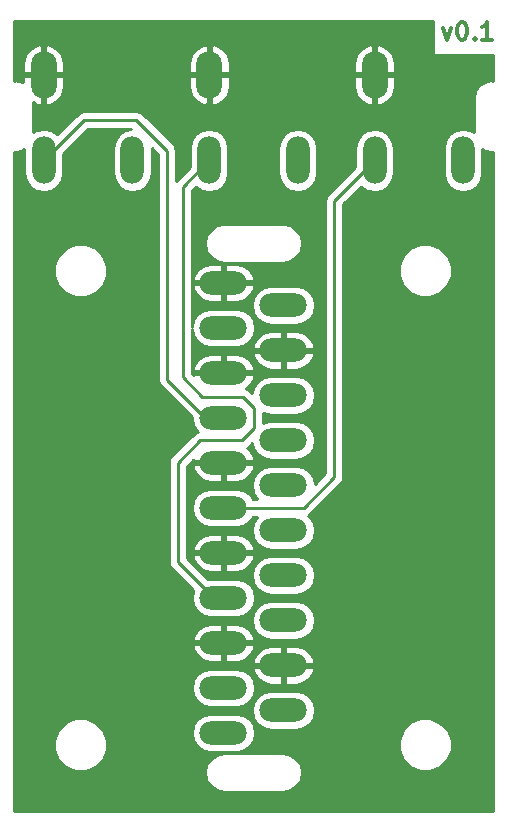
<source format=gtl>
G04 #@! TF.FileFunction,Copper,L1,Top,Signal*
%FSLAX46Y46*%
G04 Gerber Fmt 4.6, Leading zero omitted, Abs format (unit mm)*
G04 Created by KiCad (PCBNEW 4.0.7) date 06/07/18 20:36:00*
%MOMM*%
%LPD*%
G01*
G04 APERTURE LIST*
%ADD10C,0.100000*%
%ADD11C,0.300000*%
%ADD12O,2.200000X4.000000*%
%ADD13O,2.000000X4.000000*%
%ADD14O,4.000000X2.000000*%
%ADD15C,0.250000*%
%ADD16C,0.254000*%
G04 APERTURE END LIST*
D10*
D11*
X166518201Y-67689611D02*
X166875344Y-68689611D01*
X167232486Y-67689611D01*
X168089629Y-67189611D02*
X168232486Y-67189611D01*
X168375343Y-67261040D01*
X168446772Y-67332469D01*
X168518201Y-67475326D01*
X168589629Y-67761040D01*
X168589629Y-68118183D01*
X168518201Y-68403897D01*
X168446772Y-68546754D01*
X168375343Y-68618183D01*
X168232486Y-68689611D01*
X168089629Y-68689611D01*
X167946772Y-68618183D01*
X167875343Y-68546754D01*
X167803915Y-68403897D01*
X167732486Y-68118183D01*
X167732486Y-67761040D01*
X167803915Y-67475326D01*
X167875343Y-67332469D01*
X167946772Y-67261040D01*
X168089629Y-67189611D01*
X169232486Y-68546754D02*
X169303914Y-68618183D01*
X169232486Y-68689611D01*
X169161057Y-68618183D01*
X169232486Y-68546754D01*
X169232486Y-68689611D01*
X170732486Y-68689611D02*
X169875343Y-68689611D01*
X170303915Y-68689611D02*
X170303915Y-67189611D01*
X170161058Y-67403897D01*
X170018200Y-67546754D01*
X169875343Y-67618183D01*
D12*
X132745000Y-71671000D03*
X146745000Y-71671000D03*
X160745000Y-71671000D03*
D13*
X132745000Y-78921000D03*
X140245000Y-78921000D03*
X168245000Y-78921000D03*
X160745000Y-78921000D03*
X154245000Y-78921000D03*
X146745000Y-78921000D03*
D14*
X153035000Y-91176000D03*
X153035000Y-94986000D03*
X153035000Y-98796000D03*
X153035000Y-102606000D03*
X153035000Y-125466000D03*
X153035000Y-121656000D03*
X153035000Y-117846000D03*
X153035000Y-114036000D03*
X153035000Y-110226000D03*
X153035000Y-106416000D03*
X147955000Y-127381000D03*
X147955000Y-123571000D03*
X147955000Y-119761000D03*
X147955000Y-115951000D03*
X147955000Y-112141000D03*
X147955000Y-89281000D03*
X147955000Y-93091000D03*
X147955000Y-96901000D03*
X147955000Y-100711000D03*
X147955000Y-104521000D03*
X147955000Y-108331000D03*
D15*
X147955000Y-100711000D02*
X146431000Y-100711000D01*
X146431000Y-100711000D02*
X143192500Y-97472500D01*
X143192500Y-97472500D02*
X143192500Y-78105000D01*
X143192500Y-78105000D02*
X140589000Y-75501500D01*
X140589000Y-75501500D02*
X136164500Y-75501500D01*
X136164500Y-75501500D02*
X132745000Y-78921000D01*
X147955000Y-108331000D02*
X154749500Y-108331000D01*
X157353000Y-82313000D02*
X160745000Y-78921000D01*
X157353000Y-105727500D02*
X157353000Y-82313000D01*
X154749500Y-108331000D02*
X157353000Y-105727500D01*
X147955000Y-115951000D02*
X147129500Y-115951000D01*
X147129500Y-115951000D02*
X144081500Y-112903000D01*
X144526000Y-81140000D02*
X146745000Y-78921000D01*
X144526000Y-97282000D02*
X144526000Y-81140000D01*
X146177000Y-98933000D02*
X144526000Y-97282000D01*
X149606000Y-98933000D02*
X146177000Y-98933000D01*
X150558500Y-99885500D02*
X149606000Y-98933000D01*
X150558500Y-101600000D02*
X150558500Y-99885500D01*
X149542500Y-102616000D02*
X150558500Y-101600000D01*
X145986500Y-102616000D02*
X149542500Y-102616000D01*
X144081500Y-104521000D02*
X145986500Y-102616000D01*
X144081500Y-112903000D02*
X144081500Y-104521000D01*
X147955000Y-115951000D02*
X148590000Y-115951000D01*
D16*
G36*
X165668915Y-69996040D02*
X170803500Y-69996040D01*
X170803500Y-72159048D01*
X170645000Y-72127520D01*
X170076715Y-72240559D01*
X169594946Y-72562466D01*
X169273039Y-73044235D01*
X169160000Y-73612520D01*
X169160000Y-76552146D01*
X168870687Y-76358834D01*
X168245000Y-76234377D01*
X167619313Y-76358834D01*
X167088880Y-76713257D01*
X166734457Y-77243690D01*
X166610000Y-77869377D01*
X166610000Y-79972623D01*
X166734457Y-80598310D01*
X167088880Y-81128743D01*
X167619313Y-81483166D01*
X168245000Y-81607623D01*
X168870687Y-81483166D01*
X169401120Y-81128743D01*
X169755543Y-80598310D01*
X169880000Y-79972623D01*
X169880000Y-77970001D01*
X170076715Y-78101441D01*
X170645000Y-78214480D01*
X170803500Y-78182952D01*
X170803500Y-133973500D01*
X130186500Y-133973500D01*
X130186500Y-130731000D01*
X146380950Y-130731000D01*
X146505407Y-131356687D01*
X146859830Y-131887120D01*
X147390263Y-132241543D01*
X148015950Y-132366000D01*
X152974050Y-132366000D01*
X153599737Y-132241543D01*
X154130170Y-131887120D01*
X154484593Y-131356687D01*
X154609050Y-130731000D01*
X154484593Y-130105313D01*
X154130170Y-129574880D01*
X153599737Y-129220457D01*
X152974050Y-129096000D01*
X148015950Y-129096000D01*
X147390263Y-129220457D01*
X146859830Y-129574880D01*
X146505407Y-130105313D01*
X146380950Y-130731000D01*
X130186500Y-130731000D01*
X130186500Y-128844369D01*
X133622863Y-128844369D01*
X133962405Y-129666122D01*
X134590571Y-130295386D01*
X135411731Y-130636361D01*
X136300869Y-130637137D01*
X137122622Y-130297595D01*
X137751886Y-129669429D01*
X138092861Y-128848269D01*
X138093637Y-127959131D01*
X137854758Y-127381000D01*
X145268377Y-127381000D01*
X145392834Y-128006687D01*
X145747257Y-128537120D01*
X146277690Y-128891543D01*
X146903377Y-129016000D01*
X149006623Y-129016000D01*
X149632310Y-128891543D01*
X149702911Y-128844369D01*
X162796363Y-128844369D01*
X163135905Y-129666122D01*
X163764071Y-130295386D01*
X164585231Y-130636361D01*
X165474369Y-130637137D01*
X166296122Y-130297595D01*
X166925386Y-129669429D01*
X167266361Y-128848269D01*
X167267137Y-127959131D01*
X166927595Y-127137378D01*
X166299429Y-126508114D01*
X165478269Y-126167139D01*
X164589131Y-126166363D01*
X163767378Y-126505905D01*
X163138114Y-127134071D01*
X162797139Y-127955231D01*
X162796363Y-128844369D01*
X149702911Y-128844369D01*
X150162743Y-128537120D01*
X150517166Y-128006687D01*
X150641623Y-127381000D01*
X150517166Y-126755313D01*
X150162743Y-126224880D01*
X149632310Y-125870457D01*
X149006623Y-125746000D01*
X146903377Y-125746000D01*
X146277690Y-125870457D01*
X145747257Y-126224880D01*
X145392834Y-126755313D01*
X145268377Y-127381000D01*
X137854758Y-127381000D01*
X137754095Y-127137378D01*
X137125929Y-126508114D01*
X136304769Y-126167139D01*
X135415631Y-126166363D01*
X134593878Y-126505905D01*
X133964614Y-127134071D01*
X133623639Y-127955231D01*
X133622863Y-128844369D01*
X130186500Y-128844369D01*
X130186500Y-125466000D01*
X150348377Y-125466000D01*
X150472834Y-126091687D01*
X150827257Y-126622120D01*
X151357690Y-126976543D01*
X151983377Y-127101000D01*
X154086623Y-127101000D01*
X154712310Y-126976543D01*
X155242743Y-126622120D01*
X155597166Y-126091687D01*
X155721623Y-125466000D01*
X155597166Y-124840313D01*
X155242743Y-124309880D01*
X154712310Y-123955457D01*
X154086623Y-123831000D01*
X151983377Y-123831000D01*
X151357690Y-123955457D01*
X150827257Y-124309880D01*
X150472834Y-124840313D01*
X150348377Y-125466000D01*
X130186500Y-125466000D01*
X130186500Y-123571000D01*
X145268377Y-123571000D01*
X145392834Y-124196687D01*
X145747257Y-124727120D01*
X146277690Y-125081543D01*
X146903377Y-125206000D01*
X149006623Y-125206000D01*
X149632310Y-125081543D01*
X150162743Y-124727120D01*
X150517166Y-124196687D01*
X150641623Y-123571000D01*
X150517166Y-122945313D01*
X150162743Y-122414880D01*
X149632310Y-122060457D01*
X149511539Y-122036434D01*
X150444876Y-122036434D01*
X150475856Y-122164355D01*
X150789078Y-122722317D01*
X151291980Y-123117942D01*
X151908000Y-123291000D01*
X152908000Y-123291000D01*
X152908000Y-121783000D01*
X153162000Y-121783000D01*
X153162000Y-123291000D01*
X154162000Y-123291000D01*
X154778020Y-123117942D01*
X155280922Y-122722317D01*
X155594144Y-122164355D01*
X155625124Y-122036434D01*
X155505777Y-121783000D01*
X153162000Y-121783000D01*
X152908000Y-121783000D01*
X150564223Y-121783000D01*
X150444876Y-122036434D01*
X149511539Y-122036434D01*
X149006623Y-121936000D01*
X146903377Y-121936000D01*
X146277690Y-122060457D01*
X145747257Y-122414880D01*
X145392834Y-122945313D01*
X145268377Y-123571000D01*
X130186500Y-123571000D01*
X130186500Y-120141434D01*
X145364876Y-120141434D01*
X145395856Y-120269355D01*
X145709078Y-120827317D01*
X146211980Y-121222942D01*
X146828000Y-121396000D01*
X147828000Y-121396000D01*
X147828000Y-119888000D01*
X148082000Y-119888000D01*
X148082000Y-121396000D01*
X149082000Y-121396000D01*
X149510698Y-121275566D01*
X150444876Y-121275566D01*
X150564223Y-121529000D01*
X152908000Y-121529000D01*
X152908000Y-120021000D01*
X153162000Y-120021000D01*
X153162000Y-121529000D01*
X155505777Y-121529000D01*
X155625124Y-121275566D01*
X155594144Y-121147645D01*
X155280922Y-120589683D01*
X154778020Y-120194058D01*
X154162000Y-120021000D01*
X153162000Y-120021000D01*
X152908000Y-120021000D01*
X151908000Y-120021000D01*
X151291980Y-120194058D01*
X150789078Y-120589683D01*
X150475856Y-121147645D01*
X150444876Y-121275566D01*
X149510698Y-121275566D01*
X149698020Y-121222942D01*
X150200922Y-120827317D01*
X150514144Y-120269355D01*
X150545124Y-120141434D01*
X150425777Y-119888000D01*
X148082000Y-119888000D01*
X147828000Y-119888000D01*
X145484223Y-119888000D01*
X145364876Y-120141434D01*
X130186500Y-120141434D01*
X130186500Y-119380566D01*
X145364876Y-119380566D01*
X145484223Y-119634000D01*
X147828000Y-119634000D01*
X147828000Y-118126000D01*
X148082000Y-118126000D01*
X148082000Y-119634000D01*
X150425777Y-119634000D01*
X150545124Y-119380566D01*
X150514144Y-119252645D01*
X150200922Y-118694683D01*
X149698020Y-118299058D01*
X149082000Y-118126000D01*
X148082000Y-118126000D01*
X147828000Y-118126000D01*
X146828000Y-118126000D01*
X146211980Y-118299058D01*
X145709078Y-118694683D01*
X145395856Y-119252645D01*
X145364876Y-119380566D01*
X130186500Y-119380566D01*
X130186500Y-117846000D01*
X150348377Y-117846000D01*
X150472834Y-118471687D01*
X150827257Y-119002120D01*
X151357690Y-119356543D01*
X151983377Y-119481000D01*
X154086623Y-119481000D01*
X154712310Y-119356543D01*
X155242743Y-119002120D01*
X155597166Y-118471687D01*
X155721623Y-117846000D01*
X155597166Y-117220313D01*
X155242743Y-116689880D01*
X154712310Y-116335457D01*
X154086623Y-116211000D01*
X151983377Y-116211000D01*
X151357690Y-116335457D01*
X150827257Y-116689880D01*
X150472834Y-117220313D01*
X150348377Y-117846000D01*
X130186500Y-117846000D01*
X130186500Y-88702869D01*
X133622863Y-88702869D01*
X133962405Y-89524622D01*
X134590571Y-90153886D01*
X135411731Y-90494861D01*
X136300869Y-90495637D01*
X137122622Y-90156095D01*
X137751886Y-89527929D01*
X138092861Y-88706769D01*
X138093637Y-87817631D01*
X137754095Y-86995878D01*
X137125929Y-86366614D01*
X136304769Y-86025639D01*
X135415631Y-86024863D01*
X134593878Y-86364405D01*
X133964614Y-86992571D01*
X133623639Y-87813731D01*
X133622863Y-88702869D01*
X130186500Y-88702869D01*
X130186500Y-78182952D01*
X130345000Y-78214480D01*
X130913285Y-78101441D01*
X131110000Y-77970001D01*
X131110000Y-79972623D01*
X131234457Y-80598310D01*
X131588880Y-81128743D01*
X132119313Y-81483166D01*
X132745000Y-81607623D01*
X133370687Y-81483166D01*
X133901120Y-81128743D01*
X134255543Y-80598310D01*
X134380000Y-79972623D01*
X134380000Y-78360802D01*
X136479302Y-76261500D01*
X140108644Y-76261500D01*
X139619313Y-76358834D01*
X139088880Y-76713257D01*
X138734457Y-77243690D01*
X138610000Y-77869377D01*
X138610000Y-79972623D01*
X138734457Y-80598310D01*
X139088880Y-81128743D01*
X139619313Y-81483166D01*
X140245000Y-81607623D01*
X140870687Y-81483166D01*
X141401120Y-81128743D01*
X141755543Y-80598310D01*
X141880000Y-79972623D01*
X141880000Y-77869377D01*
X141879485Y-77866787D01*
X142432500Y-78419802D01*
X142432500Y-97472500D01*
X142490352Y-97763339D01*
X142655099Y-98009901D01*
X145282947Y-100637749D01*
X145268377Y-100711000D01*
X145392834Y-101336687D01*
X145747257Y-101867120D01*
X145789316Y-101895223D01*
X145695661Y-101913852D01*
X145449099Y-102078599D01*
X143544099Y-103983599D01*
X143379352Y-104230161D01*
X143321500Y-104521000D01*
X143321500Y-112903000D01*
X143379352Y-113193839D01*
X143544099Y-113440401D01*
X145407324Y-115303626D01*
X145392834Y-115325313D01*
X145268377Y-115951000D01*
X145392834Y-116576687D01*
X145747257Y-117107120D01*
X146277690Y-117461543D01*
X146903377Y-117586000D01*
X149006623Y-117586000D01*
X149632310Y-117461543D01*
X150162743Y-117107120D01*
X150517166Y-116576687D01*
X150641623Y-115951000D01*
X150517166Y-115325313D01*
X150162743Y-114794880D01*
X149632310Y-114440457D01*
X149006623Y-114316000D01*
X146903377Y-114316000D01*
X146624729Y-114371427D01*
X146289302Y-114036000D01*
X150348377Y-114036000D01*
X150472834Y-114661687D01*
X150827257Y-115192120D01*
X151357690Y-115546543D01*
X151983377Y-115671000D01*
X154086623Y-115671000D01*
X154712310Y-115546543D01*
X155242743Y-115192120D01*
X155597166Y-114661687D01*
X155721623Y-114036000D01*
X155597166Y-113410313D01*
X155242743Y-112879880D01*
X154712310Y-112525457D01*
X154086623Y-112401000D01*
X151983377Y-112401000D01*
X151357690Y-112525457D01*
X150827257Y-112879880D01*
X150472834Y-113410313D01*
X150348377Y-114036000D01*
X146289302Y-114036000D01*
X144841500Y-112588198D01*
X144841500Y-112521434D01*
X145364876Y-112521434D01*
X145395856Y-112649355D01*
X145709078Y-113207317D01*
X146211980Y-113602942D01*
X146828000Y-113776000D01*
X147828000Y-113776000D01*
X147828000Y-112268000D01*
X148082000Y-112268000D01*
X148082000Y-113776000D01*
X149082000Y-113776000D01*
X149698020Y-113602942D01*
X150200922Y-113207317D01*
X150514144Y-112649355D01*
X150545124Y-112521434D01*
X150425777Y-112268000D01*
X148082000Y-112268000D01*
X147828000Y-112268000D01*
X145484223Y-112268000D01*
X145364876Y-112521434D01*
X144841500Y-112521434D01*
X144841500Y-111760566D01*
X145364876Y-111760566D01*
X145484223Y-112014000D01*
X147828000Y-112014000D01*
X147828000Y-110506000D01*
X148082000Y-110506000D01*
X148082000Y-112014000D01*
X150425777Y-112014000D01*
X150545124Y-111760566D01*
X150514144Y-111632645D01*
X150200922Y-111074683D01*
X149698020Y-110679058D01*
X149082000Y-110506000D01*
X148082000Y-110506000D01*
X147828000Y-110506000D01*
X146828000Y-110506000D01*
X146211980Y-110679058D01*
X145709078Y-111074683D01*
X145395856Y-111632645D01*
X145364876Y-111760566D01*
X144841500Y-111760566D01*
X144841500Y-108331000D01*
X145268377Y-108331000D01*
X145392834Y-108956687D01*
X145747257Y-109487120D01*
X146277690Y-109841543D01*
X146903377Y-109966000D01*
X149006623Y-109966000D01*
X149632310Y-109841543D01*
X150162743Y-109487120D01*
X150427421Y-109091000D01*
X150813145Y-109091000D01*
X150472834Y-109600313D01*
X150348377Y-110226000D01*
X150472834Y-110851687D01*
X150827257Y-111382120D01*
X151357690Y-111736543D01*
X151983377Y-111861000D01*
X154086623Y-111861000D01*
X154712310Y-111736543D01*
X155242743Y-111382120D01*
X155597166Y-110851687D01*
X155721623Y-110226000D01*
X155597166Y-109600313D01*
X155242743Y-109069880D01*
X155114054Y-108983893D01*
X155286901Y-108868401D01*
X157890401Y-106264901D01*
X158055148Y-106018339D01*
X158113000Y-105727500D01*
X158113000Y-88702869D01*
X162796363Y-88702869D01*
X163135905Y-89524622D01*
X163764071Y-90153886D01*
X164585231Y-90494861D01*
X165474369Y-90495637D01*
X166296122Y-90156095D01*
X166925386Y-89527929D01*
X167266361Y-88706769D01*
X167267137Y-87817631D01*
X166927595Y-86995878D01*
X166299429Y-86366614D01*
X165478269Y-86025639D01*
X164589131Y-86024863D01*
X163767378Y-86364405D01*
X163138114Y-86992571D01*
X162797139Y-87813731D01*
X162796363Y-88702869D01*
X158113000Y-88702869D01*
X158113000Y-82627802D01*
X159602775Y-81138027D01*
X160119313Y-81483166D01*
X160745000Y-81607623D01*
X161370687Y-81483166D01*
X161901120Y-81128743D01*
X162255543Y-80598310D01*
X162380000Y-79972623D01*
X162380000Y-77869377D01*
X162255543Y-77243690D01*
X161901120Y-76713257D01*
X161370687Y-76358834D01*
X160745000Y-76234377D01*
X160119313Y-76358834D01*
X159588880Y-76713257D01*
X159234457Y-77243690D01*
X159110000Y-77869377D01*
X159110000Y-79481198D01*
X156815599Y-81775599D01*
X156650852Y-82022161D01*
X156593000Y-82313000D01*
X156593000Y-105412698D01*
X155699735Y-106305963D01*
X155597166Y-105790313D01*
X155242743Y-105259880D01*
X154712310Y-104905457D01*
X154086623Y-104781000D01*
X151983377Y-104781000D01*
X151357690Y-104905457D01*
X150827257Y-105259880D01*
X150472834Y-105790313D01*
X150348377Y-106416000D01*
X150472834Y-107041687D01*
X150826509Y-107571000D01*
X150427421Y-107571000D01*
X150162743Y-107174880D01*
X149632310Y-106820457D01*
X149006623Y-106696000D01*
X146903377Y-106696000D01*
X146277690Y-106820457D01*
X145747257Y-107174880D01*
X145392834Y-107705313D01*
X145268377Y-108331000D01*
X144841500Y-108331000D01*
X144841500Y-104901434D01*
X145364876Y-104901434D01*
X145395856Y-105029355D01*
X145709078Y-105587317D01*
X146211980Y-105982942D01*
X146828000Y-106156000D01*
X147828000Y-106156000D01*
X147828000Y-104648000D01*
X148082000Y-104648000D01*
X148082000Y-106156000D01*
X149082000Y-106156000D01*
X149698020Y-105982942D01*
X150200922Y-105587317D01*
X150514144Y-105029355D01*
X150545124Y-104901434D01*
X150425777Y-104648000D01*
X148082000Y-104648000D01*
X147828000Y-104648000D01*
X145484223Y-104648000D01*
X145364876Y-104901434D01*
X144841500Y-104901434D01*
X144841500Y-104835802D01*
X145419898Y-104257404D01*
X145484223Y-104394000D01*
X147828000Y-104394000D01*
X147828000Y-104374000D01*
X148082000Y-104374000D01*
X148082000Y-104394000D01*
X150425777Y-104394000D01*
X150545124Y-104140566D01*
X150514144Y-104012645D01*
X150200922Y-103454683D01*
X149938254Y-103248046D01*
X150079901Y-103153401D01*
X150394654Y-102838648D01*
X150472834Y-103231687D01*
X150827257Y-103762120D01*
X151357690Y-104116543D01*
X151983377Y-104241000D01*
X154086623Y-104241000D01*
X154712310Y-104116543D01*
X155242743Y-103762120D01*
X155597166Y-103231687D01*
X155721623Y-102606000D01*
X155597166Y-101980313D01*
X155242743Y-101449880D01*
X154712310Y-101095457D01*
X154086623Y-100971000D01*
X151983377Y-100971000D01*
X151357690Y-101095457D01*
X151318500Y-101121643D01*
X151318500Y-100280357D01*
X151357690Y-100306543D01*
X151983377Y-100431000D01*
X154086623Y-100431000D01*
X154712310Y-100306543D01*
X155242743Y-99952120D01*
X155597166Y-99421687D01*
X155721623Y-98796000D01*
X155597166Y-98170313D01*
X155242743Y-97639880D01*
X154712310Y-97285457D01*
X154086623Y-97161000D01*
X151983377Y-97161000D01*
X151357690Y-97285457D01*
X150827257Y-97639880D01*
X150472834Y-98170313D01*
X150380800Y-98632998D01*
X150143401Y-98395599D01*
X149896839Y-98230852D01*
X149872166Y-98225944D01*
X150200922Y-97967317D01*
X150514144Y-97409355D01*
X150545124Y-97281434D01*
X150425777Y-97028000D01*
X148082000Y-97028000D01*
X148082000Y-97048000D01*
X147828000Y-97048000D01*
X147828000Y-97028000D01*
X145484223Y-97028000D01*
X145440227Y-97121425D01*
X145286000Y-96967198D01*
X145286000Y-96520566D01*
X145364876Y-96520566D01*
X145484223Y-96774000D01*
X147828000Y-96774000D01*
X147828000Y-95266000D01*
X148082000Y-95266000D01*
X148082000Y-96774000D01*
X150425777Y-96774000D01*
X150545124Y-96520566D01*
X150514144Y-96392645D01*
X150200922Y-95834683D01*
X149698020Y-95439058D01*
X149439507Y-95366434D01*
X150444876Y-95366434D01*
X150475856Y-95494355D01*
X150789078Y-96052317D01*
X151291980Y-96447942D01*
X151908000Y-96621000D01*
X152908000Y-96621000D01*
X152908000Y-95113000D01*
X153162000Y-95113000D01*
X153162000Y-96621000D01*
X154162000Y-96621000D01*
X154778020Y-96447942D01*
X155280922Y-96052317D01*
X155594144Y-95494355D01*
X155625124Y-95366434D01*
X155505777Y-95113000D01*
X153162000Y-95113000D01*
X152908000Y-95113000D01*
X150564223Y-95113000D01*
X150444876Y-95366434D01*
X149439507Y-95366434D01*
X149082000Y-95266000D01*
X148082000Y-95266000D01*
X147828000Y-95266000D01*
X146828000Y-95266000D01*
X146211980Y-95439058D01*
X145709078Y-95834683D01*
X145395856Y-96392645D01*
X145364876Y-96520566D01*
X145286000Y-96520566D01*
X145286000Y-93179597D01*
X145392834Y-93716687D01*
X145747257Y-94247120D01*
X146277690Y-94601543D01*
X146903377Y-94726000D01*
X149006623Y-94726000D01*
X149612085Y-94605566D01*
X150444876Y-94605566D01*
X150564223Y-94859000D01*
X152908000Y-94859000D01*
X152908000Y-93351000D01*
X153162000Y-93351000D01*
X153162000Y-94859000D01*
X155505777Y-94859000D01*
X155625124Y-94605566D01*
X155594144Y-94477645D01*
X155280922Y-93919683D01*
X154778020Y-93524058D01*
X154162000Y-93351000D01*
X153162000Y-93351000D01*
X152908000Y-93351000D01*
X151908000Y-93351000D01*
X151291980Y-93524058D01*
X150789078Y-93919683D01*
X150475856Y-94477645D01*
X150444876Y-94605566D01*
X149612085Y-94605566D01*
X149632310Y-94601543D01*
X150162743Y-94247120D01*
X150517166Y-93716687D01*
X150641623Y-93091000D01*
X150517166Y-92465313D01*
X150162743Y-91934880D01*
X149632310Y-91580457D01*
X149006623Y-91456000D01*
X146903377Y-91456000D01*
X146277690Y-91580457D01*
X145747257Y-91934880D01*
X145392834Y-92465313D01*
X145286000Y-93002403D01*
X145286000Y-91176000D01*
X150348377Y-91176000D01*
X150472834Y-91801687D01*
X150827257Y-92332120D01*
X151357690Y-92686543D01*
X151983377Y-92811000D01*
X154086623Y-92811000D01*
X154712310Y-92686543D01*
X155242743Y-92332120D01*
X155597166Y-91801687D01*
X155721623Y-91176000D01*
X155597166Y-90550313D01*
X155242743Y-90019880D01*
X154712310Y-89665457D01*
X154086623Y-89541000D01*
X151983377Y-89541000D01*
X151357690Y-89665457D01*
X150827257Y-90019880D01*
X150472834Y-90550313D01*
X150348377Y-91176000D01*
X145286000Y-91176000D01*
X145286000Y-89661434D01*
X145364876Y-89661434D01*
X145395856Y-89789355D01*
X145709078Y-90347317D01*
X146211980Y-90742942D01*
X146828000Y-90916000D01*
X147828000Y-90916000D01*
X147828000Y-89408000D01*
X148082000Y-89408000D01*
X148082000Y-90916000D01*
X149082000Y-90916000D01*
X149698020Y-90742942D01*
X150200922Y-90347317D01*
X150514144Y-89789355D01*
X150545124Y-89661434D01*
X150425777Y-89408000D01*
X148082000Y-89408000D01*
X147828000Y-89408000D01*
X145484223Y-89408000D01*
X145364876Y-89661434D01*
X145286000Y-89661434D01*
X145286000Y-88900566D01*
X145364876Y-88900566D01*
X145484223Y-89154000D01*
X147828000Y-89154000D01*
X147828000Y-87646000D01*
X148082000Y-87646000D01*
X148082000Y-89154000D01*
X150425777Y-89154000D01*
X150545124Y-88900566D01*
X150514144Y-88772645D01*
X150200922Y-88214683D01*
X149698020Y-87819058D01*
X149082000Y-87646000D01*
X148082000Y-87646000D01*
X147828000Y-87646000D01*
X146828000Y-87646000D01*
X146211980Y-87819058D01*
X145709078Y-88214683D01*
X145395856Y-88772645D01*
X145364876Y-88900566D01*
X145286000Y-88900566D01*
X145286000Y-85931000D01*
X146380950Y-85931000D01*
X146505407Y-86556687D01*
X146859830Y-87087120D01*
X147390263Y-87441543D01*
X148015950Y-87566000D01*
X152974050Y-87566000D01*
X153599737Y-87441543D01*
X154130170Y-87087120D01*
X154484593Y-86556687D01*
X154609050Y-85931000D01*
X154484593Y-85305313D01*
X154130170Y-84774880D01*
X153599737Y-84420457D01*
X152974050Y-84296000D01*
X148015950Y-84296000D01*
X147390263Y-84420457D01*
X146859830Y-84774880D01*
X146505407Y-85305313D01*
X146380950Y-85931000D01*
X145286000Y-85931000D01*
X145286000Y-81454802D01*
X145602775Y-81138027D01*
X146119313Y-81483166D01*
X146745000Y-81607623D01*
X147370687Y-81483166D01*
X147901120Y-81128743D01*
X148255543Y-80598310D01*
X148380000Y-79972623D01*
X148380000Y-77869377D01*
X152610000Y-77869377D01*
X152610000Y-79972623D01*
X152734457Y-80598310D01*
X153088880Y-81128743D01*
X153619313Y-81483166D01*
X154245000Y-81607623D01*
X154870687Y-81483166D01*
X155401120Y-81128743D01*
X155755543Y-80598310D01*
X155880000Y-79972623D01*
X155880000Y-77869377D01*
X155755543Y-77243690D01*
X155401120Y-76713257D01*
X154870687Y-76358834D01*
X154245000Y-76234377D01*
X153619313Y-76358834D01*
X153088880Y-76713257D01*
X152734457Y-77243690D01*
X152610000Y-77869377D01*
X148380000Y-77869377D01*
X148255543Y-77243690D01*
X147901120Y-76713257D01*
X147370687Y-76358834D01*
X146745000Y-76234377D01*
X146119313Y-76358834D01*
X145588880Y-76713257D01*
X145234457Y-77243690D01*
X145110000Y-77869377D01*
X145110000Y-79481198D01*
X143988599Y-80602599D01*
X143952500Y-80656625D01*
X143952500Y-78105000D01*
X143894648Y-77814161D01*
X143729901Y-77567599D01*
X141126401Y-74964099D01*
X140879839Y-74799352D01*
X140589000Y-74741500D01*
X136164500Y-74741500D01*
X135873660Y-74799352D01*
X135627099Y-74964099D01*
X133887225Y-76703973D01*
X133370687Y-76358834D01*
X132745000Y-76234377D01*
X132119313Y-76358834D01*
X131830000Y-76552146D01*
X131830000Y-74013574D01*
X132198376Y-74222531D01*
X132348878Y-74260175D01*
X132618000Y-74142125D01*
X132618000Y-71798000D01*
X132872000Y-71798000D01*
X132872000Y-74142125D01*
X133141122Y-74260175D01*
X133291624Y-74222531D01*
X133882028Y-73887632D01*
X134299330Y-73352288D01*
X134480000Y-72698000D01*
X134480000Y-71798000D01*
X145010000Y-71798000D01*
X145010000Y-72698000D01*
X145190670Y-73352288D01*
X145607972Y-73887632D01*
X146198376Y-74222531D01*
X146348878Y-74260175D01*
X146618000Y-74142125D01*
X146618000Y-71798000D01*
X146872000Y-71798000D01*
X146872000Y-74142125D01*
X147141122Y-74260175D01*
X147291624Y-74222531D01*
X147882028Y-73887632D01*
X148299330Y-73352288D01*
X148480000Y-72698000D01*
X148480000Y-71798000D01*
X159010000Y-71798000D01*
X159010000Y-72698000D01*
X159190670Y-73352288D01*
X159607972Y-73887632D01*
X160198376Y-74222531D01*
X160348878Y-74260175D01*
X160618000Y-74142125D01*
X160618000Y-71798000D01*
X160872000Y-71798000D01*
X160872000Y-74142125D01*
X161141122Y-74260175D01*
X161291624Y-74222531D01*
X161882028Y-73887632D01*
X162299330Y-73352288D01*
X162480000Y-72698000D01*
X162480000Y-71798000D01*
X160872000Y-71798000D01*
X160618000Y-71798000D01*
X159010000Y-71798000D01*
X148480000Y-71798000D01*
X146872000Y-71798000D01*
X146618000Y-71798000D01*
X145010000Y-71798000D01*
X134480000Y-71798000D01*
X132872000Y-71798000D01*
X132618000Y-71798000D01*
X131010000Y-71798000D01*
X131010000Y-72305182D01*
X130913285Y-72240559D01*
X130345000Y-72127520D01*
X130186500Y-72159048D01*
X130186500Y-70644000D01*
X131010000Y-70644000D01*
X131010000Y-71544000D01*
X132618000Y-71544000D01*
X132618000Y-69199875D01*
X132872000Y-69199875D01*
X132872000Y-71544000D01*
X134480000Y-71544000D01*
X134480000Y-70644000D01*
X145010000Y-70644000D01*
X145010000Y-71544000D01*
X146618000Y-71544000D01*
X146618000Y-69199875D01*
X146872000Y-69199875D01*
X146872000Y-71544000D01*
X148480000Y-71544000D01*
X148480000Y-70644000D01*
X159010000Y-70644000D01*
X159010000Y-71544000D01*
X160618000Y-71544000D01*
X160618000Y-69199875D01*
X160872000Y-69199875D01*
X160872000Y-71544000D01*
X162480000Y-71544000D01*
X162480000Y-70644000D01*
X162299330Y-69989712D01*
X161882028Y-69454368D01*
X161291624Y-69119469D01*
X161141122Y-69081825D01*
X160872000Y-69199875D01*
X160618000Y-69199875D01*
X160348878Y-69081825D01*
X160198376Y-69119469D01*
X159607972Y-69454368D01*
X159190670Y-69989712D01*
X159010000Y-70644000D01*
X148480000Y-70644000D01*
X148299330Y-69989712D01*
X147882028Y-69454368D01*
X147291624Y-69119469D01*
X147141122Y-69081825D01*
X146872000Y-69199875D01*
X146618000Y-69199875D01*
X146348878Y-69081825D01*
X146198376Y-69119469D01*
X145607972Y-69454368D01*
X145190670Y-69989712D01*
X145010000Y-70644000D01*
X134480000Y-70644000D01*
X134299330Y-69989712D01*
X133882028Y-69454368D01*
X133291624Y-69119469D01*
X133141122Y-69081825D01*
X132872000Y-69199875D01*
X132618000Y-69199875D01*
X132348878Y-69081825D01*
X132198376Y-69119469D01*
X131607972Y-69454368D01*
X131190670Y-69989712D01*
X131010000Y-70644000D01*
X130186500Y-70644000D01*
X130186500Y-67131000D01*
X165668915Y-67131000D01*
X165668915Y-69996040D01*
X165668915Y-69996040D01*
G37*
X165668915Y-69996040D02*
X170803500Y-69996040D01*
X170803500Y-72159048D01*
X170645000Y-72127520D01*
X170076715Y-72240559D01*
X169594946Y-72562466D01*
X169273039Y-73044235D01*
X169160000Y-73612520D01*
X169160000Y-76552146D01*
X168870687Y-76358834D01*
X168245000Y-76234377D01*
X167619313Y-76358834D01*
X167088880Y-76713257D01*
X166734457Y-77243690D01*
X166610000Y-77869377D01*
X166610000Y-79972623D01*
X166734457Y-80598310D01*
X167088880Y-81128743D01*
X167619313Y-81483166D01*
X168245000Y-81607623D01*
X168870687Y-81483166D01*
X169401120Y-81128743D01*
X169755543Y-80598310D01*
X169880000Y-79972623D01*
X169880000Y-77970001D01*
X170076715Y-78101441D01*
X170645000Y-78214480D01*
X170803500Y-78182952D01*
X170803500Y-133973500D01*
X130186500Y-133973500D01*
X130186500Y-130731000D01*
X146380950Y-130731000D01*
X146505407Y-131356687D01*
X146859830Y-131887120D01*
X147390263Y-132241543D01*
X148015950Y-132366000D01*
X152974050Y-132366000D01*
X153599737Y-132241543D01*
X154130170Y-131887120D01*
X154484593Y-131356687D01*
X154609050Y-130731000D01*
X154484593Y-130105313D01*
X154130170Y-129574880D01*
X153599737Y-129220457D01*
X152974050Y-129096000D01*
X148015950Y-129096000D01*
X147390263Y-129220457D01*
X146859830Y-129574880D01*
X146505407Y-130105313D01*
X146380950Y-130731000D01*
X130186500Y-130731000D01*
X130186500Y-128844369D01*
X133622863Y-128844369D01*
X133962405Y-129666122D01*
X134590571Y-130295386D01*
X135411731Y-130636361D01*
X136300869Y-130637137D01*
X137122622Y-130297595D01*
X137751886Y-129669429D01*
X138092861Y-128848269D01*
X138093637Y-127959131D01*
X137854758Y-127381000D01*
X145268377Y-127381000D01*
X145392834Y-128006687D01*
X145747257Y-128537120D01*
X146277690Y-128891543D01*
X146903377Y-129016000D01*
X149006623Y-129016000D01*
X149632310Y-128891543D01*
X149702911Y-128844369D01*
X162796363Y-128844369D01*
X163135905Y-129666122D01*
X163764071Y-130295386D01*
X164585231Y-130636361D01*
X165474369Y-130637137D01*
X166296122Y-130297595D01*
X166925386Y-129669429D01*
X167266361Y-128848269D01*
X167267137Y-127959131D01*
X166927595Y-127137378D01*
X166299429Y-126508114D01*
X165478269Y-126167139D01*
X164589131Y-126166363D01*
X163767378Y-126505905D01*
X163138114Y-127134071D01*
X162797139Y-127955231D01*
X162796363Y-128844369D01*
X149702911Y-128844369D01*
X150162743Y-128537120D01*
X150517166Y-128006687D01*
X150641623Y-127381000D01*
X150517166Y-126755313D01*
X150162743Y-126224880D01*
X149632310Y-125870457D01*
X149006623Y-125746000D01*
X146903377Y-125746000D01*
X146277690Y-125870457D01*
X145747257Y-126224880D01*
X145392834Y-126755313D01*
X145268377Y-127381000D01*
X137854758Y-127381000D01*
X137754095Y-127137378D01*
X137125929Y-126508114D01*
X136304769Y-126167139D01*
X135415631Y-126166363D01*
X134593878Y-126505905D01*
X133964614Y-127134071D01*
X133623639Y-127955231D01*
X133622863Y-128844369D01*
X130186500Y-128844369D01*
X130186500Y-125466000D01*
X150348377Y-125466000D01*
X150472834Y-126091687D01*
X150827257Y-126622120D01*
X151357690Y-126976543D01*
X151983377Y-127101000D01*
X154086623Y-127101000D01*
X154712310Y-126976543D01*
X155242743Y-126622120D01*
X155597166Y-126091687D01*
X155721623Y-125466000D01*
X155597166Y-124840313D01*
X155242743Y-124309880D01*
X154712310Y-123955457D01*
X154086623Y-123831000D01*
X151983377Y-123831000D01*
X151357690Y-123955457D01*
X150827257Y-124309880D01*
X150472834Y-124840313D01*
X150348377Y-125466000D01*
X130186500Y-125466000D01*
X130186500Y-123571000D01*
X145268377Y-123571000D01*
X145392834Y-124196687D01*
X145747257Y-124727120D01*
X146277690Y-125081543D01*
X146903377Y-125206000D01*
X149006623Y-125206000D01*
X149632310Y-125081543D01*
X150162743Y-124727120D01*
X150517166Y-124196687D01*
X150641623Y-123571000D01*
X150517166Y-122945313D01*
X150162743Y-122414880D01*
X149632310Y-122060457D01*
X149511539Y-122036434D01*
X150444876Y-122036434D01*
X150475856Y-122164355D01*
X150789078Y-122722317D01*
X151291980Y-123117942D01*
X151908000Y-123291000D01*
X152908000Y-123291000D01*
X152908000Y-121783000D01*
X153162000Y-121783000D01*
X153162000Y-123291000D01*
X154162000Y-123291000D01*
X154778020Y-123117942D01*
X155280922Y-122722317D01*
X155594144Y-122164355D01*
X155625124Y-122036434D01*
X155505777Y-121783000D01*
X153162000Y-121783000D01*
X152908000Y-121783000D01*
X150564223Y-121783000D01*
X150444876Y-122036434D01*
X149511539Y-122036434D01*
X149006623Y-121936000D01*
X146903377Y-121936000D01*
X146277690Y-122060457D01*
X145747257Y-122414880D01*
X145392834Y-122945313D01*
X145268377Y-123571000D01*
X130186500Y-123571000D01*
X130186500Y-120141434D01*
X145364876Y-120141434D01*
X145395856Y-120269355D01*
X145709078Y-120827317D01*
X146211980Y-121222942D01*
X146828000Y-121396000D01*
X147828000Y-121396000D01*
X147828000Y-119888000D01*
X148082000Y-119888000D01*
X148082000Y-121396000D01*
X149082000Y-121396000D01*
X149510698Y-121275566D01*
X150444876Y-121275566D01*
X150564223Y-121529000D01*
X152908000Y-121529000D01*
X152908000Y-120021000D01*
X153162000Y-120021000D01*
X153162000Y-121529000D01*
X155505777Y-121529000D01*
X155625124Y-121275566D01*
X155594144Y-121147645D01*
X155280922Y-120589683D01*
X154778020Y-120194058D01*
X154162000Y-120021000D01*
X153162000Y-120021000D01*
X152908000Y-120021000D01*
X151908000Y-120021000D01*
X151291980Y-120194058D01*
X150789078Y-120589683D01*
X150475856Y-121147645D01*
X150444876Y-121275566D01*
X149510698Y-121275566D01*
X149698020Y-121222942D01*
X150200922Y-120827317D01*
X150514144Y-120269355D01*
X150545124Y-120141434D01*
X150425777Y-119888000D01*
X148082000Y-119888000D01*
X147828000Y-119888000D01*
X145484223Y-119888000D01*
X145364876Y-120141434D01*
X130186500Y-120141434D01*
X130186500Y-119380566D01*
X145364876Y-119380566D01*
X145484223Y-119634000D01*
X147828000Y-119634000D01*
X147828000Y-118126000D01*
X148082000Y-118126000D01*
X148082000Y-119634000D01*
X150425777Y-119634000D01*
X150545124Y-119380566D01*
X150514144Y-119252645D01*
X150200922Y-118694683D01*
X149698020Y-118299058D01*
X149082000Y-118126000D01*
X148082000Y-118126000D01*
X147828000Y-118126000D01*
X146828000Y-118126000D01*
X146211980Y-118299058D01*
X145709078Y-118694683D01*
X145395856Y-119252645D01*
X145364876Y-119380566D01*
X130186500Y-119380566D01*
X130186500Y-117846000D01*
X150348377Y-117846000D01*
X150472834Y-118471687D01*
X150827257Y-119002120D01*
X151357690Y-119356543D01*
X151983377Y-119481000D01*
X154086623Y-119481000D01*
X154712310Y-119356543D01*
X155242743Y-119002120D01*
X155597166Y-118471687D01*
X155721623Y-117846000D01*
X155597166Y-117220313D01*
X155242743Y-116689880D01*
X154712310Y-116335457D01*
X154086623Y-116211000D01*
X151983377Y-116211000D01*
X151357690Y-116335457D01*
X150827257Y-116689880D01*
X150472834Y-117220313D01*
X150348377Y-117846000D01*
X130186500Y-117846000D01*
X130186500Y-88702869D01*
X133622863Y-88702869D01*
X133962405Y-89524622D01*
X134590571Y-90153886D01*
X135411731Y-90494861D01*
X136300869Y-90495637D01*
X137122622Y-90156095D01*
X137751886Y-89527929D01*
X138092861Y-88706769D01*
X138093637Y-87817631D01*
X137754095Y-86995878D01*
X137125929Y-86366614D01*
X136304769Y-86025639D01*
X135415631Y-86024863D01*
X134593878Y-86364405D01*
X133964614Y-86992571D01*
X133623639Y-87813731D01*
X133622863Y-88702869D01*
X130186500Y-88702869D01*
X130186500Y-78182952D01*
X130345000Y-78214480D01*
X130913285Y-78101441D01*
X131110000Y-77970001D01*
X131110000Y-79972623D01*
X131234457Y-80598310D01*
X131588880Y-81128743D01*
X132119313Y-81483166D01*
X132745000Y-81607623D01*
X133370687Y-81483166D01*
X133901120Y-81128743D01*
X134255543Y-80598310D01*
X134380000Y-79972623D01*
X134380000Y-78360802D01*
X136479302Y-76261500D01*
X140108644Y-76261500D01*
X139619313Y-76358834D01*
X139088880Y-76713257D01*
X138734457Y-77243690D01*
X138610000Y-77869377D01*
X138610000Y-79972623D01*
X138734457Y-80598310D01*
X139088880Y-81128743D01*
X139619313Y-81483166D01*
X140245000Y-81607623D01*
X140870687Y-81483166D01*
X141401120Y-81128743D01*
X141755543Y-80598310D01*
X141880000Y-79972623D01*
X141880000Y-77869377D01*
X141879485Y-77866787D01*
X142432500Y-78419802D01*
X142432500Y-97472500D01*
X142490352Y-97763339D01*
X142655099Y-98009901D01*
X145282947Y-100637749D01*
X145268377Y-100711000D01*
X145392834Y-101336687D01*
X145747257Y-101867120D01*
X145789316Y-101895223D01*
X145695661Y-101913852D01*
X145449099Y-102078599D01*
X143544099Y-103983599D01*
X143379352Y-104230161D01*
X143321500Y-104521000D01*
X143321500Y-112903000D01*
X143379352Y-113193839D01*
X143544099Y-113440401D01*
X145407324Y-115303626D01*
X145392834Y-115325313D01*
X145268377Y-115951000D01*
X145392834Y-116576687D01*
X145747257Y-117107120D01*
X146277690Y-117461543D01*
X146903377Y-117586000D01*
X149006623Y-117586000D01*
X149632310Y-117461543D01*
X150162743Y-117107120D01*
X150517166Y-116576687D01*
X150641623Y-115951000D01*
X150517166Y-115325313D01*
X150162743Y-114794880D01*
X149632310Y-114440457D01*
X149006623Y-114316000D01*
X146903377Y-114316000D01*
X146624729Y-114371427D01*
X146289302Y-114036000D01*
X150348377Y-114036000D01*
X150472834Y-114661687D01*
X150827257Y-115192120D01*
X151357690Y-115546543D01*
X151983377Y-115671000D01*
X154086623Y-115671000D01*
X154712310Y-115546543D01*
X155242743Y-115192120D01*
X155597166Y-114661687D01*
X155721623Y-114036000D01*
X155597166Y-113410313D01*
X155242743Y-112879880D01*
X154712310Y-112525457D01*
X154086623Y-112401000D01*
X151983377Y-112401000D01*
X151357690Y-112525457D01*
X150827257Y-112879880D01*
X150472834Y-113410313D01*
X150348377Y-114036000D01*
X146289302Y-114036000D01*
X144841500Y-112588198D01*
X144841500Y-112521434D01*
X145364876Y-112521434D01*
X145395856Y-112649355D01*
X145709078Y-113207317D01*
X146211980Y-113602942D01*
X146828000Y-113776000D01*
X147828000Y-113776000D01*
X147828000Y-112268000D01*
X148082000Y-112268000D01*
X148082000Y-113776000D01*
X149082000Y-113776000D01*
X149698020Y-113602942D01*
X150200922Y-113207317D01*
X150514144Y-112649355D01*
X150545124Y-112521434D01*
X150425777Y-112268000D01*
X148082000Y-112268000D01*
X147828000Y-112268000D01*
X145484223Y-112268000D01*
X145364876Y-112521434D01*
X144841500Y-112521434D01*
X144841500Y-111760566D01*
X145364876Y-111760566D01*
X145484223Y-112014000D01*
X147828000Y-112014000D01*
X147828000Y-110506000D01*
X148082000Y-110506000D01*
X148082000Y-112014000D01*
X150425777Y-112014000D01*
X150545124Y-111760566D01*
X150514144Y-111632645D01*
X150200922Y-111074683D01*
X149698020Y-110679058D01*
X149082000Y-110506000D01*
X148082000Y-110506000D01*
X147828000Y-110506000D01*
X146828000Y-110506000D01*
X146211980Y-110679058D01*
X145709078Y-111074683D01*
X145395856Y-111632645D01*
X145364876Y-111760566D01*
X144841500Y-111760566D01*
X144841500Y-108331000D01*
X145268377Y-108331000D01*
X145392834Y-108956687D01*
X145747257Y-109487120D01*
X146277690Y-109841543D01*
X146903377Y-109966000D01*
X149006623Y-109966000D01*
X149632310Y-109841543D01*
X150162743Y-109487120D01*
X150427421Y-109091000D01*
X150813145Y-109091000D01*
X150472834Y-109600313D01*
X150348377Y-110226000D01*
X150472834Y-110851687D01*
X150827257Y-111382120D01*
X151357690Y-111736543D01*
X151983377Y-111861000D01*
X154086623Y-111861000D01*
X154712310Y-111736543D01*
X155242743Y-111382120D01*
X155597166Y-110851687D01*
X155721623Y-110226000D01*
X155597166Y-109600313D01*
X155242743Y-109069880D01*
X155114054Y-108983893D01*
X155286901Y-108868401D01*
X157890401Y-106264901D01*
X158055148Y-106018339D01*
X158113000Y-105727500D01*
X158113000Y-88702869D01*
X162796363Y-88702869D01*
X163135905Y-89524622D01*
X163764071Y-90153886D01*
X164585231Y-90494861D01*
X165474369Y-90495637D01*
X166296122Y-90156095D01*
X166925386Y-89527929D01*
X167266361Y-88706769D01*
X167267137Y-87817631D01*
X166927595Y-86995878D01*
X166299429Y-86366614D01*
X165478269Y-86025639D01*
X164589131Y-86024863D01*
X163767378Y-86364405D01*
X163138114Y-86992571D01*
X162797139Y-87813731D01*
X162796363Y-88702869D01*
X158113000Y-88702869D01*
X158113000Y-82627802D01*
X159602775Y-81138027D01*
X160119313Y-81483166D01*
X160745000Y-81607623D01*
X161370687Y-81483166D01*
X161901120Y-81128743D01*
X162255543Y-80598310D01*
X162380000Y-79972623D01*
X162380000Y-77869377D01*
X162255543Y-77243690D01*
X161901120Y-76713257D01*
X161370687Y-76358834D01*
X160745000Y-76234377D01*
X160119313Y-76358834D01*
X159588880Y-76713257D01*
X159234457Y-77243690D01*
X159110000Y-77869377D01*
X159110000Y-79481198D01*
X156815599Y-81775599D01*
X156650852Y-82022161D01*
X156593000Y-82313000D01*
X156593000Y-105412698D01*
X155699735Y-106305963D01*
X155597166Y-105790313D01*
X155242743Y-105259880D01*
X154712310Y-104905457D01*
X154086623Y-104781000D01*
X151983377Y-104781000D01*
X151357690Y-104905457D01*
X150827257Y-105259880D01*
X150472834Y-105790313D01*
X150348377Y-106416000D01*
X150472834Y-107041687D01*
X150826509Y-107571000D01*
X150427421Y-107571000D01*
X150162743Y-107174880D01*
X149632310Y-106820457D01*
X149006623Y-106696000D01*
X146903377Y-106696000D01*
X146277690Y-106820457D01*
X145747257Y-107174880D01*
X145392834Y-107705313D01*
X145268377Y-108331000D01*
X144841500Y-108331000D01*
X144841500Y-104901434D01*
X145364876Y-104901434D01*
X145395856Y-105029355D01*
X145709078Y-105587317D01*
X146211980Y-105982942D01*
X146828000Y-106156000D01*
X147828000Y-106156000D01*
X147828000Y-104648000D01*
X148082000Y-104648000D01*
X148082000Y-106156000D01*
X149082000Y-106156000D01*
X149698020Y-105982942D01*
X150200922Y-105587317D01*
X150514144Y-105029355D01*
X150545124Y-104901434D01*
X150425777Y-104648000D01*
X148082000Y-104648000D01*
X147828000Y-104648000D01*
X145484223Y-104648000D01*
X145364876Y-104901434D01*
X144841500Y-104901434D01*
X144841500Y-104835802D01*
X145419898Y-104257404D01*
X145484223Y-104394000D01*
X147828000Y-104394000D01*
X147828000Y-104374000D01*
X148082000Y-104374000D01*
X148082000Y-104394000D01*
X150425777Y-104394000D01*
X150545124Y-104140566D01*
X150514144Y-104012645D01*
X150200922Y-103454683D01*
X149938254Y-103248046D01*
X150079901Y-103153401D01*
X150394654Y-102838648D01*
X150472834Y-103231687D01*
X150827257Y-103762120D01*
X151357690Y-104116543D01*
X151983377Y-104241000D01*
X154086623Y-104241000D01*
X154712310Y-104116543D01*
X155242743Y-103762120D01*
X155597166Y-103231687D01*
X155721623Y-102606000D01*
X155597166Y-101980313D01*
X155242743Y-101449880D01*
X154712310Y-101095457D01*
X154086623Y-100971000D01*
X151983377Y-100971000D01*
X151357690Y-101095457D01*
X151318500Y-101121643D01*
X151318500Y-100280357D01*
X151357690Y-100306543D01*
X151983377Y-100431000D01*
X154086623Y-100431000D01*
X154712310Y-100306543D01*
X155242743Y-99952120D01*
X155597166Y-99421687D01*
X155721623Y-98796000D01*
X155597166Y-98170313D01*
X155242743Y-97639880D01*
X154712310Y-97285457D01*
X154086623Y-97161000D01*
X151983377Y-97161000D01*
X151357690Y-97285457D01*
X150827257Y-97639880D01*
X150472834Y-98170313D01*
X150380800Y-98632998D01*
X150143401Y-98395599D01*
X149896839Y-98230852D01*
X149872166Y-98225944D01*
X150200922Y-97967317D01*
X150514144Y-97409355D01*
X150545124Y-97281434D01*
X150425777Y-97028000D01*
X148082000Y-97028000D01*
X148082000Y-97048000D01*
X147828000Y-97048000D01*
X147828000Y-97028000D01*
X145484223Y-97028000D01*
X145440227Y-97121425D01*
X145286000Y-96967198D01*
X145286000Y-96520566D01*
X145364876Y-96520566D01*
X145484223Y-96774000D01*
X147828000Y-96774000D01*
X147828000Y-95266000D01*
X148082000Y-95266000D01*
X148082000Y-96774000D01*
X150425777Y-96774000D01*
X150545124Y-96520566D01*
X150514144Y-96392645D01*
X150200922Y-95834683D01*
X149698020Y-95439058D01*
X149439507Y-95366434D01*
X150444876Y-95366434D01*
X150475856Y-95494355D01*
X150789078Y-96052317D01*
X151291980Y-96447942D01*
X151908000Y-96621000D01*
X152908000Y-96621000D01*
X152908000Y-95113000D01*
X153162000Y-95113000D01*
X153162000Y-96621000D01*
X154162000Y-96621000D01*
X154778020Y-96447942D01*
X155280922Y-96052317D01*
X155594144Y-95494355D01*
X155625124Y-95366434D01*
X155505777Y-95113000D01*
X153162000Y-95113000D01*
X152908000Y-95113000D01*
X150564223Y-95113000D01*
X150444876Y-95366434D01*
X149439507Y-95366434D01*
X149082000Y-95266000D01*
X148082000Y-95266000D01*
X147828000Y-95266000D01*
X146828000Y-95266000D01*
X146211980Y-95439058D01*
X145709078Y-95834683D01*
X145395856Y-96392645D01*
X145364876Y-96520566D01*
X145286000Y-96520566D01*
X145286000Y-93179597D01*
X145392834Y-93716687D01*
X145747257Y-94247120D01*
X146277690Y-94601543D01*
X146903377Y-94726000D01*
X149006623Y-94726000D01*
X149612085Y-94605566D01*
X150444876Y-94605566D01*
X150564223Y-94859000D01*
X152908000Y-94859000D01*
X152908000Y-93351000D01*
X153162000Y-93351000D01*
X153162000Y-94859000D01*
X155505777Y-94859000D01*
X155625124Y-94605566D01*
X155594144Y-94477645D01*
X155280922Y-93919683D01*
X154778020Y-93524058D01*
X154162000Y-93351000D01*
X153162000Y-93351000D01*
X152908000Y-93351000D01*
X151908000Y-93351000D01*
X151291980Y-93524058D01*
X150789078Y-93919683D01*
X150475856Y-94477645D01*
X150444876Y-94605566D01*
X149612085Y-94605566D01*
X149632310Y-94601543D01*
X150162743Y-94247120D01*
X150517166Y-93716687D01*
X150641623Y-93091000D01*
X150517166Y-92465313D01*
X150162743Y-91934880D01*
X149632310Y-91580457D01*
X149006623Y-91456000D01*
X146903377Y-91456000D01*
X146277690Y-91580457D01*
X145747257Y-91934880D01*
X145392834Y-92465313D01*
X145286000Y-93002403D01*
X145286000Y-91176000D01*
X150348377Y-91176000D01*
X150472834Y-91801687D01*
X150827257Y-92332120D01*
X151357690Y-92686543D01*
X151983377Y-92811000D01*
X154086623Y-92811000D01*
X154712310Y-92686543D01*
X155242743Y-92332120D01*
X155597166Y-91801687D01*
X155721623Y-91176000D01*
X155597166Y-90550313D01*
X155242743Y-90019880D01*
X154712310Y-89665457D01*
X154086623Y-89541000D01*
X151983377Y-89541000D01*
X151357690Y-89665457D01*
X150827257Y-90019880D01*
X150472834Y-90550313D01*
X150348377Y-91176000D01*
X145286000Y-91176000D01*
X145286000Y-89661434D01*
X145364876Y-89661434D01*
X145395856Y-89789355D01*
X145709078Y-90347317D01*
X146211980Y-90742942D01*
X146828000Y-90916000D01*
X147828000Y-90916000D01*
X147828000Y-89408000D01*
X148082000Y-89408000D01*
X148082000Y-90916000D01*
X149082000Y-90916000D01*
X149698020Y-90742942D01*
X150200922Y-90347317D01*
X150514144Y-89789355D01*
X150545124Y-89661434D01*
X150425777Y-89408000D01*
X148082000Y-89408000D01*
X147828000Y-89408000D01*
X145484223Y-89408000D01*
X145364876Y-89661434D01*
X145286000Y-89661434D01*
X145286000Y-88900566D01*
X145364876Y-88900566D01*
X145484223Y-89154000D01*
X147828000Y-89154000D01*
X147828000Y-87646000D01*
X148082000Y-87646000D01*
X148082000Y-89154000D01*
X150425777Y-89154000D01*
X150545124Y-88900566D01*
X150514144Y-88772645D01*
X150200922Y-88214683D01*
X149698020Y-87819058D01*
X149082000Y-87646000D01*
X148082000Y-87646000D01*
X147828000Y-87646000D01*
X146828000Y-87646000D01*
X146211980Y-87819058D01*
X145709078Y-88214683D01*
X145395856Y-88772645D01*
X145364876Y-88900566D01*
X145286000Y-88900566D01*
X145286000Y-85931000D01*
X146380950Y-85931000D01*
X146505407Y-86556687D01*
X146859830Y-87087120D01*
X147390263Y-87441543D01*
X148015950Y-87566000D01*
X152974050Y-87566000D01*
X153599737Y-87441543D01*
X154130170Y-87087120D01*
X154484593Y-86556687D01*
X154609050Y-85931000D01*
X154484593Y-85305313D01*
X154130170Y-84774880D01*
X153599737Y-84420457D01*
X152974050Y-84296000D01*
X148015950Y-84296000D01*
X147390263Y-84420457D01*
X146859830Y-84774880D01*
X146505407Y-85305313D01*
X146380950Y-85931000D01*
X145286000Y-85931000D01*
X145286000Y-81454802D01*
X145602775Y-81138027D01*
X146119313Y-81483166D01*
X146745000Y-81607623D01*
X147370687Y-81483166D01*
X147901120Y-81128743D01*
X148255543Y-80598310D01*
X148380000Y-79972623D01*
X148380000Y-77869377D01*
X152610000Y-77869377D01*
X152610000Y-79972623D01*
X152734457Y-80598310D01*
X153088880Y-81128743D01*
X153619313Y-81483166D01*
X154245000Y-81607623D01*
X154870687Y-81483166D01*
X155401120Y-81128743D01*
X155755543Y-80598310D01*
X155880000Y-79972623D01*
X155880000Y-77869377D01*
X155755543Y-77243690D01*
X155401120Y-76713257D01*
X154870687Y-76358834D01*
X154245000Y-76234377D01*
X153619313Y-76358834D01*
X153088880Y-76713257D01*
X152734457Y-77243690D01*
X152610000Y-77869377D01*
X148380000Y-77869377D01*
X148255543Y-77243690D01*
X147901120Y-76713257D01*
X147370687Y-76358834D01*
X146745000Y-76234377D01*
X146119313Y-76358834D01*
X145588880Y-76713257D01*
X145234457Y-77243690D01*
X145110000Y-77869377D01*
X145110000Y-79481198D01*
X143988599Y-80602599D01*
X143952500Y-80656625D01*
X143952500Y-78105000D01*
X143894648Y-77814161D01*
X143729901Y-77567599D01*
X141126401Y-74964099D01*
X140879839Y-74799352D01*
X140589000Y-74741500D01*
X136164500Y-74741500D01*
X135873660Y-74799352D01*
X135627099Y-74964099D01*
X133887225Y-76703973D01*
X133370687Y-76358834D01*
X132745000Y-76234377D01*
X132119313Y-76358834D01*
X131830000Y-76552146D01*
X131830000Y-74013574D01*
X132198376Y-74222531D01*
X132348878Y-74260175D01*
X132618000Y-74142125D01*
X132618000Y-71798000D01*
X132872000Y-71798000D01*
X132872000Y-74142125D01*
X133141122Y-74260175D01*
X133291624Y-74222531D01*
X133882028Y-73887632D01*
X134299330Y-73352288D01*
X134480000Y-72698000D01*
X134480000Y-71798000D01*
X145010000Y-71798000D01*
X145010000Y-72698000D01*
X145190670Y-73352288D01*
X145607972Y-73887632D01*
X146198376Y-74222531D01*
X146348878Y-74260175D01*
X146618000Y-74142125D01*
X146618000Y-71798000D01*
X146872000Y-71798000D01*
X146872000Y-74142125D01*
X147141122Y-74260175D01*
X147291624Y-74222531D01*
X147882028Y-73887632D01*
X148299330Y-73352288D01*
X148480000Y-72698000D01*
X148480000Y-71798000D01*
X159010000Y-71798000D01*
X159010000Y-72698000D01*
X159190670Y-73352288D01*
X159607972Y-73887632D01*
X160198376Y-74222531D01*
X160348878Y-74260175D01*
X160618000Y-74142125D01*
X160618000Y-71798000D01*
X160872000Y-71798000D01*
X160872000Y-74142125D01*
X161141122Y-74260175D01*
X161291624Y-74222531D01*
X161882028Y-73887632D01*
X162299330Y-73352288D01*
X162480000Y-72698000D01*
X162480000Y-71798000D01*
X160872000Y-71798000D01*
X160618000Y-71798000D01*
X159010000Y-71798000D01*
X148480000Y-71798000D01*
X146872000Y-71798000D01*
X146618000Y-71798000D01*
X145010000Y-71798000D01*
X134480000Y-71798000D01*
X132872000Y-71798000D01*
X132618000Y-71798000D01*
X131010000Y-71798000D01*
X131010000Y-72305182D01*
X130913285Y-72240559D01*
X130345000Y-72127520D01*
X130186500Y-72159048D01*
X130186500Y-70644000D01*
X131010000Y-70644000D01*
X131010000Y-71544000D01*
X132618000Y-71544000D01*
X132618000Y-69199875D01*
X132872000Y-69199875D01*
X132872000Y-71544000D01*
X134480000Y-71544000D01*
X134480000Y-70644000D01*
X145010000Y-70644000D01*
X145010000Y-71544000D01*
X146618000Y-71544000D01*
X146618000Y-69199875D01*
X146872000Y-69199875D01*
X146872000Y-71544000D01*
X148480000Y-71544000D01*
X148480000Y-70644000D01*
X159010000Y-70644000D01*
X159010000Y-71544000D01*
X160618000Y-71544000D01*
X160618000Y-69199875D01*
X160872000Y-69199875D01*
X160872000Y-71544000D01*
X162480000Y-71544000D01*
X162480000Y-70644000D01*
X162299330Y-69989712D01*
X161882028Y-69454368D01*
X161291624Y-69119469D01*
X161141122Y-69081825D01*
X160872000Y-69199875D01*
X160618000Y-69199875D01*
X160348878Y-69081825D01*
X160198376Y-69119469D01*
X159607972Y-69454368D01*
X159190670Y-69989712D01*
X159010000Y-70644000D01*
X148480000Y-70644000D01*
X148299330Y-69989712D01*
X147882028Y-69454368D01*
X147291624Y-69119469D01*
X147141122Y-69081825D01*
X146872000Y-69199875D01*
X146618000Y-69199875D01*
X146348878Y-69081825D01*
X146198376Y-69119469D01*
X145607972Y-69454368D01*
X145190670Y-69989712D01*
X145010000Y-70644000D01*
X134480000Y-70644000D01*
X134299330Y-69989712D01*
X133882028Y-69454368D01*
X133291624Y-69119469D01*
X133141122Y-69081825D01*
X132872000Y-69199875D01*
X132618000Y-69199875D01*
X132348878Y-69081825D01*
X132198376Y-69119469D01*
X131607972Y-69454368D01*
X131190670Y-69989712D01*
X131010000Y-70644000D01*
X130186500Y-70644000D01*
X130186500Y-67131000D01*
X165668915Y-67131000D01*
X165668915Y-69996040D01*
M02*

</source>
